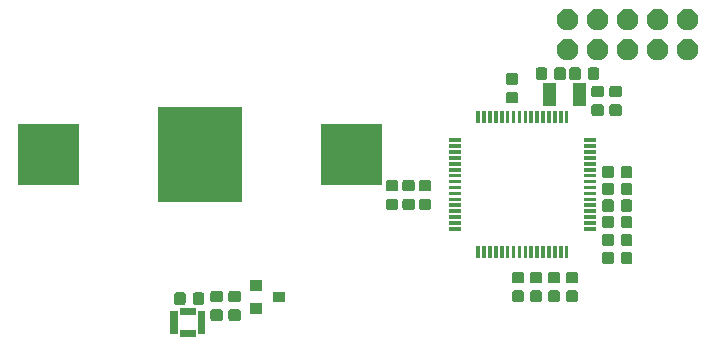
<source format=gbr>
G04 #@! TF.GenerationSoftware,KiCad,Pcbnew,5.0.2+dfsg1-1~bpo9+1*
G04 #@! TF.CreationDate,2019-04-10T18:13:28+03:00*
G04 #@! TF.ProjectId,kicad,6b696361-642e-46b6-9963-61645f706362,rev?*
G04 #@! TF.SameCoordinates,Original*
G04 #@! TF.FileFunction,Soldermask,Bot*
G04 #@! TF.FilePolarity,Negative*
%FSLAX46Y46*%
G04 Gerber Fmt 4.6, Leading zero omitted, Abs format (unit mm)*
G04 Created by KiCad (PCBNEW 5.0.2+dfsg1-1~bpo9+1) date Wed 10 Apr 2019 06:13:28 PM MSK*
%MOMM*%
%LPD*%
G01*
G04 APERTURE LIST*
%ADD10C,0.100000*%
G04 APERTURE END LIST*
D10*
G36*
X146484800Y-108682000D02*
X145084000Y-108682000D01*
X145084000Y-108051200D01*
X146484800Y-108051200D01*
X146484800Y-108682000D01*
X146484800Y-108682000D01*
G37*
G36*
X147274800Y-108392000D02*
X146644000Y-108392000D01*
X146644000Y-106491200D01*
X147274800Y-106491200D01*
X147274800Y-108392000D01*
X147274800Y-108392000D01*
G37*
G36*
X144924800Y-108392000D02*
X144294000Y-108392000D01*
X144294000Y-106491200D01*
X144924800Y-106491200D01*
X144924800Y-108392000D01*
X144924800Y-108392000D01*
G37*
G36*
X148558356Y-106323148D02*
X148599422Y-106335605D01*
X148637267Y-106355833D01*
X148670441Y-106383059D01*
X148697667Y-106416233D01*
X148717895Y-106454078D01*
X148730352Y-106495144D01*
X148734800Y-106540304D01*
X148734800Y-107073696D01*
X148730352Y-107118856D01*
X148717895Y-107159922D01*
X148697667Y-107197767D01*
X148670441Y-107230941D01*
X148637267Y-107258167D01*
X148599422Y-107278395D01*
X148558356Y-107290852D01*
X148513196Y-107295300D01*
X147904804Y-107295300D01*
X147859644Y-107290852D01*
X147818578Y-107278395D01*
X147780733Y-107258167D01*
X147747559Y-107230941D01*
X147720333Y-107197767D01*
X147700105Y-107159922D01*
X147687648Y-107118856D01*
X147683200Y-107073696D01*
X147683200Y-106540304D01*
X147687648Y-106495144D01*
X147700105Y-106454078D01*
X147720333Y-106416233D01*
X147747559Y-106383059D01*
X147780733Y-106355833D01*
X147818578Y-106335605D01*
X147859644Y-106323148D01*
X147904804Y-106318700D01*
X148513196Y-106318700D01*
X148558356Y-106323148D01*
X148558356Y-106323148D01*
G37*
G36*
X150082356Y-106323148D02*
X150123422Y-106335605D01*
X150161267Y-106355833D01*
X150194441Y-106383059D01*
X150221667Y-106416233D01*
X150241895Y-106454078D01*
X150254352Y-106495144D01*
X150258800Y-106540304D01*
X150258800Y-107073696D01*
X150254352Y-107118856D01*
X150241895Y-107159922D01*
X150221667Y-107197767D01*
X150194441Y-107230941D01*
X150161267Y-107258167D01*
X150123422Y-107278395D01*
X150082356Y-107290852D01*
X150037196Y-107295300D01*
X149428804Y-107295300D01*
X149383644Y-107290852D01*
X149342578Y-107278395D01*
X149304733Y-107258167D01*
X149271559Y-107230941D01*
X149244333Y-107197767D01*
X149224105Y-107159922D01*
X149211648Y-107118856D01*
X149207200Y-107073696D01*
X149207200Y-106540304D01*
X149211648Y-106495144D01*
X149224105Y-106454078D01*
X149244333Y-106416233D01*
X149271559Y-106383059D01*
X149304733Y-106355833D01*
X149342578Y-106335605D01*
X149383644Y-106323148D01*
X149428804Y-106318700D01*
X150037196Y-106318700D01*
X150082356Y-106323148D01*
X150082356Y-106323148D01*
G37*
G36*
X146484800Y-106832000D02*
X145084000Y-106832000D01*
X145084000Y-106201200D01*
X146484800Y-106201200D01*
X146484800Y-106832000D01*
X146484800Y-106832000D01*
G37*
G36*
X152027800Y-106683800D02*
X151026200Y-106683800D01*
X151026200Y-105782200D01*
X152027800Y-105782200D01*
X152027800Y-106683800D01*
X152027800Y-106683800D01*
G37*
G36*
X146996856Y-104888648D02*
X147037922Y-104901105D01*
X147075767Y-104921333D01*
X147108941Y-104948559D01*
X147136167Y-104981733D01*
X147156395Y-105019578D01*
X147168852Y-105060644D01*
X147173300Y-105105804D01*
X147173300Y-105714196D01*
X147168852Y-105759356D01*
X147156395Y-105800422D01*
X147136167Y-105838267D01*
X147108941Y-105871441D01*
X147075767Y-105898667D01*
X147037922Y-105918895D01*
X146996856Y-105931352D01*
X146951696Y-105935800D01*
X146418304Y-105935800D01*
X146373144Y-105931352D01*
X146332078Y-105918895D01*
X146294233Y-105898667D01*
X146261059Y-105871441D01*
X146233833Y-105838267D01*
X146213605Y-105800422D01*
X146201148Y-105759356D01*
X146196700Y-105714196D01*
X146196700Y-105105804D01*
X146201148Y-105060644D01*
X146213605Y-105019578D01*
X146233833Y-104981733D01*
X146261059Y-104948559D01*
X146294233Y-104921333D01*
X146332078Y-104901105D01*
X146373144Y-104888648D01*
X146418304Y-104884200D01*
X146951696Y-104884200D01*
X146996856Y-104888648D01*
X146996856Y-104888648D01*
G37*
G36*
X145421856Y-104888648D02*
X145462922Y-104901105D01*
X145500767Y-104921333D01*
X145533941Y-104948559D01*
X145561167Y-104981733D01*
X145581395Y-105019578D01*
X145593852Y-105060644D01*
X145598300Y-105105804D01*
X145598300Y-105714196D01*
X145593852Y-105759356D01*
X145581395Y-105800422D01*
X145561167Y-105838267D01*
X145533941Y-105871441D01*
X145500767Y-105898667D01*
X145462922Y-105918895D01*
X145421856Y-105931352D01*
X145376696Y-105935800D01*
X144843304Y-105935800D01*
X144798144Y-105931352D01*
X144757078Y-105918895D01*
X144719233Y-105898667D01*
X144686059Y-105871441D01*
X144658833Y-105838267D01*
X144638605Y-105800422D01*
X144626148Y-105759356D01*
X144621700Y-105714196D01*
X144621700Y-105105804D01*
X144626148Y-105060644D01*
X144638605Y-105019578D01*
X144658833Y-104981733D01*
X144686059Y-104948559D01*
X144719233Y-104921333D01*
X144757078Y-104901105D01*
X144798144Y-104888648D01*
X144843304Y-104884200D01*
X145376696Y-104884200D01*
X145421856Y-104888648D01*
X145421856Y-104888648D01*
G37*
G36*
X154027800Y-105733800D02*
X153026200Y-105733800D01*
X153026200Y-104832200D01*
X154027800Y-104832200D01*
X154027800Y-105733800D01*
X154027800Y-105733800D01*
G37*
G36*
X148558356Y-104748148D02*
X148599422Y-104760605D01*
X148637267Y-104780833D01*
X148670441Y-104808059D01*
X148697667Y-104841233D01*
X148717895Y-104879078D01*
X148730352Y-104920144D01*
X148734800Y-104965304D01*
X148734800Y-105498696D01*
X148730352Y-105543856D01*
X148717895Y-105584922D01*
X148697667Y-105622767D01*
X148670441Y-105655941D01*
X148637267Y-105683167D01*
X148599422Y-105703395D01*
X148558356Y-105715852D01*
X148513196Y-105720300D01*
X147904804Y-105720300D01*
X147859644Y-105715852D01*
X147818578Y-105703395D01*
X147780733Y-105683167D01*
X147747559Y-105655941D01*
X147720333Y-105622767D01*
X147700105Y-105584922D01*
X147687648Y-105543856D01*
X147683200Y-105498696D01*
X147683200Y-104965304D01*
X147687648Y-104920144D01*
X147700105Y-104879078D01*
X147720333Y-104841233D01*
X147747559Y-104808059D01*
X147780733Y-104780833D01*
X147818578Y-104760605D01*
X147859644Y-104748148D01*
X147904804Y-104743700D01*
X148513196Y-104743700D01*
X148558356Y-104748148D01*
X148558356Y-104748148D01*
G37*
G36*
X150082356Y-104748148D02*
X150123422Y-104760605D01*
X150161267Y-104780833D01*
X150194441Y-104808059D01*
X150221667Y-104841233D01*
X150241895Y-104879078D01*
X150254352Y-104920144D01*
X150258800Y-104965304D01*
X150258800Y-105498696D01*
X150254352Y-105543856D01*
X150241895Y-105584922D01*
X150221667Y-105622767D01*
X150194441Y-105655941D01*
X150161267Y-105683167D01*
X150123422Y-105703395D01*
X150082356Y-105715852D01*
X150037196Y-105720300D01*
X149428804Y-105720300D01*
X149383644Y-105715852D01*
X149342578Y-105703395D01*
X149304733Y-105683167D01*
X149271559Y-105655941D01*
X149244333Y-105622767D01*
X149224105Y-105584922D01*
X149211648Y-105543856D01*
X149207200Y-105498696D01*
X149207200Y-104965304D01*
X149211648Y-104920144D01*
X149224105Y-104879078D01*
X149244333Y-104841233D01*
X149271559Y-104808059D01*
X149304733Y-104780833D01*
X149342578Y-104760605D01*
X149383644Y-104748148D01*
X149428804Y-104743700D01*
X150037196Y-104743700D01*
X150082356Y-104748148D01*
X150082356Y-104748148D01*
G37*
G36*
X177133356Y-104723148D02*
X177174422Y-104735605D01*
X177212267Y-104755833D01*
X177245441Y-104783059D01*
X177272667Y-104816233D01*
X177292895Y-104854078D01*
X177305352Y-104895144D01*
X177309800Y-104940304D01*
X177309800Y-105473696D01*
X177305352Y-105518856D01*
X177292895Y-105559922D01*
X177272667Y-105597767D01*
X177245441Y-105630941D01*
X177212267Y-105658167D01*
X177174422Y-105678395D01*
X177133356Y-105690852D01*
X177088196Y-105695300D01*
X176479804Y-105695300D01*
X176434644Y-105690852D01*
X176393578Y-105678395D01*
X176355733Y-105658167D01*
X176322559Y-105630941D01*
X176295333Y-105597767D01*
X176275105Y-105559922D01*
X176262648Y-105518856D01*
X176258200Y-105473696D01*
X176258200Y-104940304D01*
X176262648Y-104895144D01*
X176275105Y-104854078D01*
X176295333Y-104816233D01*
X176322559Y-104783059D01*
X176355733Y-104755833D01*
X176393578Y-104735605D01*
X176434644Y-104723148D01*
X176479804Y-104718700D01*
X177088196Y-104718700D01*
X177133356Y-104723148D01*
X177133356Y-104723148D01*
G37*
G36*
X178657356Y-104723148D02*
X178698422Y-104735605D01*
X178736267Y-104755833D01*
X178769441Y-104783059D01*
X178796667Y-104816233D01*
X178816895Y-104854078D01*
X178829352Y-104895144D01*
X178833800Y-104940304D01*
X178833800Y-105473696D01*
X178829352Y-105518856D01*
X178816895Y-105559922D01*
X178796667Y-105597767D01*
X178769441Y-105630941D01*
X178736267Y-105658167D01*
X178698422Y-105678395D01*
X178657356Y-105690852D01*
X178612196Y-105695300D01*
X178003804Y-105695300D01*
X177958644Y-105690852D01*
X177917578Y-105678395D01*
X177879733Y-105658167D01*
X177846559Y-105630941D01*
X177819333Y-105597767D01*
X177799105Y-105559922D01*
X177786648Y-105518856D01*
X177782200Y-105473696D01*
X177782200Y-104940304D01*
X177786648Y-104895144D01*
X177799105Y-104854078D01*
X177819333Y-104816233D01*
X177846559Y-104783059D01*
X177879733Y-104755833D01*
X177917578Y-104735605D01*
X177958644Y-104723148D01*
X178003804Y-104718700D01*
X178612196Y-104718700D01*
X178657356Y-104723148D01*
X178657356Y-104723148D01*
G37*
G36*
X175609356Y-104723148D02*
X175650422Y-104735605D01*
X175688267Y-104755833D01*
X175721441Y-104783059D01*
X175748667Y-104816233D01*
X175768895Y-104854078D01*
X175781352Y-104895144D01*
X175785800Y-104940304D01*
X175785800Y-105473696D01*
X175781352Y-105518856D01*
X175768895Y-105559922D01*
X175748667Y-105597767D01*
X175721441Y-105630941D01*
X175688267Y-105658167D01*
X175650422Y-105678395D01*
X175609356Y-105690852D01*
X175564196Y-105695300D01*
X174955804Y-105695300D01*
X174910644Y-105690852D01*
X174869578Y-105678395D01*
X174831733Y-105658167D01*
X174798559Y-105630941D01*
X174771333Y-105597767D01*
X174751105Y-105559922D01*
X174738648Y-105518856D01*
X174734200Y-105473696D01*
X174734200Y-104940304D01*
X174738648Y-104895144D01*
X174751105Y-104854078D01*
X174771333Y-104816233D01*
X174798559Y-104783059D01*
X174831733Y-104755833D01*
X174869578Y-104735605D01*
X174910644Y-104723148D01*
X174955804Y-104718700D01*
X175564196Y-104718700D01*
X175609356Y-104723148D01*
X175609356Y-104723148D01*
G37*
G36*
X174085356Y-104723148D02*
X174126422Y-104735605D01*
X174164267Y-104755833D01*
X174197441Y-104783059D01*
X174224667Y-104816233D01*
X174244895Y-104854078D01*
X174257352Y-104895144D01*
X174261800Y-104940304D01*
X174261800Y-105473696D01*
X174257352Y-105518856D01*
X174244895Y-105559922D01*
X174224667Y-105597767D01*
X174197441Y-105630941D01*
X174164267Y-105658167D01*
X174126422Y-105678395D01*
X174085356Y-105690852D01*
X174040196Y-105695300D01*
X173431804Y-105695300D01*
X173386644Y-105690852D01*
X173345578Y-105678395D01*
X173307733Y-105658167D01*
X173274559Y-105630941D01*
X173247333Y-105597767D01*
X173227105Y-105559922D01*
X173214648Y-105518856D01*
X173210200Y-105473696D01*
X173210200Y-104940304D01*
X173214648Y-104895144D01*
X173227105Y-104854078D01*
X173247333Y-104816233D01*
X173274559Y-104783059D01*
X173307733Y-104755833D01*
X173345578Y-104735605D01*
X173386644Y-104723148D01*
X173431804Y-104718700D01*
X174040196Y-104718700D01*
X174085356Y-104723148D01*
X174085356Y-104723148D01*
G37*
G36*
X152027800Y-104783800D02*
X151026200Y-104783800D01*
X151026200Y-103882200D01*
X152027800Y-103882200D01*
X152027800Y-104783800D01*
X152027800Y-104783800D01*
G37*
G36*
X178657356Y-103148148D02*
X178698422Y-103160605D01*
X178736267Y-103180833D01*
X178769441Y-103208059D01*
X178796667Y-103241233D01*
X178816895Y-103279078D01*
X178829352Y-103320144D01*
X178833800Y-103365304D01*
X178833800Y-103898696D01*
X178829352Y-103943856D01*
X178816895Y-103984922D01*
X178796667Y-104022767D01*
X178769441Y-104055941D01*
X178736267Y-104083167D01*
X178698422Y-104103395D01*
X178657356Y-104115852D01*
X178612196Y-104120300D01*
X178003804Y-104120300D01*
X177958644Y-104115852D01*
X177917578Y-104103395D01*
X177879733Y-104083167D01*
X177846559Y-104055941D01*
X177819333Y-104022767D01*
X177799105Y-103984922D01*
X177786648Y-103943856D01*
X177782200Y-103898696D01*
X177782200Y-103365304D01*
X177786648Y-103320144D01*
X177799105Y-103279078D01*
X177819333Y-103241233D01*
X177846559Y-103208059D01*
X177879733Y-103180833D01*
X177917578Y-103160605D01*
X177958644Y-103148148D01*
X178003804Y-103143700D01*
X178612196Y-103143700D01*
X178657356Y-103148148D01*
X178657356Y-103148148D01*
G37*
G36*
X177133356Y-103148148D02*
X177174422Y-103160605D01*
X177212267Y-103180833D01*
X177245441Y-103208059D01*
X177272667Y-103241233D01*
X177292895Y-103279078D01*
X177305352Y-103320144D01*
X177309800Y-103365304D01*
X177309800Y-103898696D01*
X177305352Y-103943856D01*
X177292895Y-103984922D01*
X177272667Y-104022767D01*
X177245441Y-104055941D01*
X177212267Y-104083167D01*
X177174422Y-104103395D01*
X177133356Y-104115852D01*
X177088196Y-104120300D01*
X176479804Y-104120300D01*
X176434644Y-104115852D01*
X176393578Y-104103395D01*
X176355733Y-104083167D01*
X176322559Y-104055941D01*
X176295333Y-104022767D01*
X176275105Y-103984922D01*
X176262648Y-103943856D01*
X176258200Y-103898696D01*
X176258200Y-103365304D01*
X176262648Y-103320144D01*
X176275105Y-103279078D01*
X176295333Y-103241233D01*
X176322559Y-103208059D01*
X176355733Y-103180833D01*
X176393578Y-103160605D01*
X176434644Y-103148148D01*
X176479804Y-103143700D01*
X177088196Y-103143700D01*
X177133356Y-103148148D01*
X177133356Y-103148148D01*
G37*
G36*
X175609356Y-103148148D02*
X175650422Y-103160605D01*
X175688267Y-103180833D01*
X175721441Y-103208059D01*
X175748667Y-103241233D01*
X175768895Y-103279078D01*
X175781352Y-103320144D01*
X175785800Y-103365304D01*
X175785800Y-103898696D01*
X175781352Y-103943856D01*
X175768895Y-103984922D01*
X175748667Y-104022767D01*
X175721441Y-104055941D01*
X175688267Y-104083167D01*
X175650422Y-104103395D01*
X175609356Y-104115852D01*
X175564196Y-104120300D01*
X174955804Y-104120300D01*
X174910644Y-104115852D01*
X174869578Y-104103395D01*
X174831733Y-104083167D01*
X174798559Y-104055941D01*
X174771333Y-104022767D01*
X174751105Y-103984922D01*
X174738648Y-103943856D01*
X174734200Y-103898696D01*
X174734200Y-103365304D01*
X174738648Y-103320144D01*
X174751105Y-103279078D01*
X174771333Y-103241233D01*
X174798559Y-103208059D01*
X174831733Y-103180833D01*
X174869578Y-103160605D01*
X174910644Y-103148148D01*
X174955804Y-103143700D01*
X175564196Y-103143700D01*
X175609356Y-103148148D01*
X175609356Y-103148148D01*
G37*
G36*
X174085356Y-103148148D02*
X174126422Y-103160605D01*
X174164267Y-103180833D01*
X174197441Y-103208059D01*
X174224667Y-103241233D01*
X174244895Y-103279078D01*
X174257352Y-103320144D01*
X174261800Y-103365304D01*
X174261800Y-103898696D01*
X174257352Y-103943856D01*
X174244895Y-103984922D01*
X174224667Y-104022767D01*
X174197441Y-104055941D01*
X174164267Y-104083167D01*
X174126422Y-104103395D01*
X174085356Y-104115852D01*
X174040196Y-104120300D01*
X173431804Y-104120300D01*
X173386644Y-104115852D01*
X173345578Y-104103395D01*
X173307733Y-104083167D01*
X173274559Y-104055941D01*
X173247333Y-104022767D01*
X173227105Y-103984922D01*
X173214648Y-103943856D01*
X173210200Y-103898696D01*
X173210200Y-103365304D01*
X173214648Y-103320144D01*
X173227105Y-103279078D01*
X173247333Y-103241233D01*
X173274559Y-103208059D01*
X173307733Y-103180833D01*
X173345578Y-103160605D01*
X173386644Y-103148148D01*
X173431804Y-103143700D01*
X174040196Y-103143700D01*
X174085356Y-103148148D01*
X174085356Y-103148148D01*
G37*
G36*
X181667856Y-101459648D02*
X181708922Y-101472105D01*
X181746767Y-101492333D01*
X181779941Y-101519559D01*
X181807167Y-101552733D01*
X181827395Y-101590578D01*
X181839852Y-101631644D01*
X181844300Y-101676804D01*
X181844300Y-102285196D01*
X181839852Y-102330356D01*
X181827395Y-102371422D01*
X181807167Y-102409267D01*
X181779941Y-102442441D01*
X181746767Y-102469667D01*
X181708922Y-102489895D01*
X181667856Y-102502352D01*
X181622696Y-102506800D01*
X181089304Y-102506800D01*
X181044144Y-102502352D01*
X181003078Y-102489895D01*
X180965233Y-102469667D01*
X180932059Y-102442441D01*
X180904833Y-102409267D01*
X180884605Y-102371422D01*
X180872148Y-102330356D01*
X180867700Y-102285196D01*
X180867700Y-101676804D01*
X180872148Y-101631644D01*
X180884605Y-101590578D01*
X180904833Y-101552733D01*
X180932059Y-101519559D01*
X180965233Y-101492333D01*
X181003078Y-101472105D01*
X181044144Y-101459648D01*
X181089304Y-101455200D01*
X181622696Y-101455200D01*
X181667856Y-101459648D01*
X181667856Y-101459648D01*
G37*
G36*
X183242856Y-101459648D02*
X183283922Y-101472105D01*
X183321767Y-101492333D01*
X183354941Y-101519559D01*
X183382167Y-101552733D01*
X183402395Y-101590578D01*
X183414852Y-101631644D01*
X183419300Y-101676804D01*
X183419300Y-102285196D01*
X183414852Y-102330356D01*
X183402395Y-102371422D01*
X183382167Y-102409267D01*
X183354941Y-102442441D01*
X183321767Y-102469667D01*
X183283922Y-102489895D01*
X183242856Y-102502352D01*
X183197696Y-102506800D01*
X182664304Y-102506800D01*
X182619144Y-102502352D01*
X182578078Y-102489895D01*
X182540233Y-102469667D01*
X182507059Y-102442441D01*
X182479833Y-102409267D01*
X182459605Y-102371422D01*
X182447148Y-102330356D01*
X182442700Y-102285196D01*
X182442700Y-101676804D01*
X182447148Y-101631644D01*
X182459605Y-101590578D01*
X182479833Y-101552733D01*
X182507059Y-101519559D01*
X182540233Y-101492333D01*
X182578078Y-101472105D01*
X182619144Y-101459648D01*
X182664304Y-101455200D01*
X183197696Y-101455200D01*
X183242856Y-101459648D01*
X183242856Y-101459648D01*
G37*
G36*
X175007480Y-101982960D02*
X174706680Y-101982960D01*
X174706680Y-100932160D01*
X175007480Y-100932160D01*
X175007480Y-101982960D01*
X175007480Y-101982960D01*
G37*
G36*
X174507480Y-101982960D02*
X174206680Y-101982960D01*
X174206680Y-100932160D01*
X174507480Y-100932160D01*
X174507480Y-101982960D01*
X174507480Y-101982960D01*
G37*
G36*
X174007480Y-101982960D02*
X173706680Y-101982960D01*
X173706680Y-100932160D01*
X174007480Y-100932160D01*
X174007480Y-101982960D01*
X174007480Y-101982960D01*
G37*
G36*
X173507480Y-101982960D02*
X173206680Y-101982960D01*
X173206680Y-100932160D01*
X173507480Y-100932160D01*
X173507480Y-101982960D01*
X173507480Y-101982960D01*
G37*
G36*
X173007480Y-101982960D02*
X172706680Y-101982960D01*
X172706680Y-100932160D01*
X173007480Y-100932160D01*
X173007480Y-101982960D01*
X173007480Y-101982960D01*
G37*
G36*
X172507480Y-101982960D02*
X172206680Y-101982960D01*
X172206680Y-100932160D01*
X172507480Y-100932160D01*
X172507480Y-101982960D01*
X172507480Y-101982960D01*
G37*
G36*
X172007480Y-101982960D02*
X171706680Y-101982960D01*
X171706680Y-100932160D01*
X172007480Y-100932160D01*
X172007480Y-101982960D01*
X172007480Y-101982960D01*
G37*
G36*
X171507480Y-101982960D02*
X171206680Y-101982960D01*
X171206680Y-100932160D01*
X171507480Y-100932160D01*
X171507480Y-101982960D01*
X171507480Y-101982960D01*
G37*
G36*
X176507480Y-101982960D02*
X176206680Y-101982960D01*
X176206680Y-100932160D01*
X176507480Y-100932160D01*
X176507480Y-101982960D01*
X176507480Y-101982960D01*
G37*
G36*
X176007480Y-101982960D02*
X175706680Y-101982960D01*
X175706680Y-100932160D01*
X176007480Y-100932160D01*
X176007480Y-101982960D01*
X176007480Y-101982960D01*
G37*
G36*
X170507480Y-101982960D02*
X170206680Y-101982960D01*
X170206680Y-100932160D01*
X170507480Y-100932160D01*
X170507480Y-101982960D01*
X170507480Y-101982960D01*
G37*
G36*
X175507480Y-101982960D02*
X175206680Y-101982960D01*
X175206680Y-100932160D01*
X175507480Y-100932160D01*
X175507480Y-101982960D01*
X175507480Y-101982960D01*
G37*
G36*
X178007480Y-101982960D02*
X177706680Y-101982960D01*
X177706680Y-100932160D01*
X178007480Y-100932160D01*
X178007480Y-101982960D01*
X178007480Y-101982960D01*
G37*
G36*
X177507480Y-101982960D02*
X177206680Y-101982960D01*
X177206680Y-100932160D01*
X177507480Y-100932160D01*
X177507480Y-101982960D01*
X177507480Y-101982960D01*
G37*
G36*
X177007480Y-101982960D02*
X176706680Y-101982960D01*
X176706680Y-100932160D01*
X177007480Y-100932160D01*
X177007480Y-101982960D01*
X177007480Y-101982960D01*
G37*
G36*
X171007480Y-101982960D02*
X170706680Y-101982960D01*
X170706680Y-100932160D01*
X171007480Y-100932160D01*
X171007480Y-101982960D01*
X171007480Y-101982960D01*
G37*
G36*
X183242856Y-99935648D02*
X183283922Y-99948105D01*
X183321767Y-99968333D01*
X183354941Y-99995559D01*
X183382167Y-100028733D01*
X183402395Y-100066578D01*
X183414852Y-100107644D01*
X183419300Y-100152804D01*
X183419300Y-100761196D01*
X183414852Y-100806356D01*
X183402395Y-100847422D01*
X183382167Y-100885267D01*
X183354941Y-100918441D01*
X183321767Y-100945667D01*
X183283922Y-100965895D01*
X183242856Y-100978352D01*
X183197696Y-100982800D01*
X182664304Y-100982800D01*
X182619144Y-100978352D01*
X182578078Y-100965895D01*
X182540233Y-100945667D01*
X182507059Y-100918441D01*
X182479833Y-100885267D01*
X182459605Y-100847422D01*
X182447148Y-100806356D01*
X182442700Y-100761196D01*
X182442700Y-100152804D01*
X182447148Y-100107644D01*
X182459605Y-100066578D01*
X182479833Y-100028733D01*
X182507059Y-99995559D01*
X182540233Y-99968333D01*
X182578078Y-99948105D01*
X182619144Y-99935648D01*
X182664304Y-99931200D01*
X183197696Y-99931200D01*
X183242856Y-99935648D01*
X183242856Y-99935648D01*
G37*
G36*
X181667856Y-99935648D02*
X181708922Y-99948105D01*
X181746767Y-99968333D01*
X181779941Y-99995559D01*
X181807167Y-100028733D01*
X181827395Y-100066578D01*
X181839852Y-100107644D01*
X181844300Y-100152804D01*
X181844300Y-100761196D01*
X181839852Y-100806356D01*
X181827395Y-100847422D01*
X181807167Y-100885267D01*
X181779941Y-100918441D01*
X181746767Y-100945667D01*
X181708922Y-100965895D01*
X181667856Y-100978352D01*
X181622696Y-100982800D01*
X181089304Y-100982800D01*
X181044144Y-100978352D01*
X181003078Y-100965895D01*
X180965233Y-100945667D01*
X180932059Y-100918441D01*
X180904833Y-100885267D01*
X180884605Y-100847422D01*
X180872148Y-100806356D01*
X180867700Y-100761196D01*
X180867700Y-100152804D01*
X180872148Y-100107644D01*
X180884605Y-100066578D01*
X180904833Y-100028733D01*
X180932059Y-99995559D01*
X180965233Y-99968333D01*
X181003078Y-99948105D01*
X181044144Y-99935648D01*
X181089304Y-99931200D01*
X181622696Y-99931200D01*
X181667856Y-99935648D01*
X181667856Y-99935648D01*
G37*
G36*
X180332480Y-99657960D02*
X179281680Y-99657960D01*
X179281680Y-99357160D01*
X180332480Y-99357160D01*
X180332480Y-99657960D01*
X180332480Y-99657960D01*
G37*
G36*
X168932480Y-99657960D02*
X167881680Y-99657960D01*
X167881680Y-99357160D01*
X168932480Y-99357160D01*
X168932480Y-99657960D01*
X168932480Y-99657960D01*
G37*
G36*
X183242856Y-98411648D02*
X183283922Y-98424105D01*
X183321767Y-98444333D01*
X183354941Y-98471559D01*
X183382167Y-98504733D01*
X183402395Y-98542578D01*
X183414852Y-98583644D01*
X183419300Y-98628804D01*
X183419300Y-99237196D01*
X183414852Y-99282356D01*
X183402395Y-99323422D01*
X183382167Y-99361267D01*
X183354941Y-99394441D01*
X183321767Y-99421667D01*
X183283922Y-99441895D01*
X183242856Y-99454352D01*
X183197696Y-99458800D01*
X182664304Y-99458800D01*
X182619144Y-99454352D01*
X182578078Y-99441895D01*
X182540233Y-99421667D01*
X182507059Y-99394441D01*
X182479833Y-99361267D01*
X182459605Y-99323422D01*
X182447148Y-99282356D01*
X182442700Y-99237196D01*
X182442700Y-98628804D01*
X182447148Y-98583644D01*
X182459605Y-98542578D01*
X182479833Y-98504733D01*
X182507059Y-98471559D01*
X182540233Y-98444333D01*
X182578078Y-98424105D01*
X182619144Y-98411648D01*
X182664304Y-98407200D01*
X183197696Y-98407200D01*
X183242856Y-98411648D01*
X183242856Y-98411648D01*
G37*
G36*
X181667856Y-98411648D02*
X181708922Y-98424105D01*
X181746767Y-98444333D01*
X181779941Y-98471559D01*
X181807167Y-98504733D01*
X181827395Y-98542578D01*
X181839852Y-98583644D01*
X181844300Y-98628804D01*
X181844300Y-99237196D01*
X181839852Y-99282356D01*
X181827395Y-99323422D01*
X181807167Y-99361267D01*
X181779941Y-99394441D01*
X181746767Y-99421667D01*
X181708922Y-99441895D01*
X181667856Y-99454352D01*
X181622696Y-99458800D01*
X181089304Y-99458800D01*
X181044144Y-99454352D01*
X181003078Y-99441895D01*
X180965233Y-99421667D01*
X180932059Y-99394441D01*
X180904833Y-99361267D01*
X180884605Y-99323422D01*
X180872148Y-99282356D01*
X180867700Y-99237196D01*
X180867700Y-98628804D01*
X180872148Y-98583644D01*
X180884605Y-98542578D01*
X180904833Y-98504733D01*
X180932059Y-98471559D01*
X180965233Y-98444333D01*
X181003078Y-98424105D01*
X181044144Y-98411648D01*
X181089304Y-98407200D01*
X181622696Y-98407200D01*
X181667856Y-98411648D01*
X181667856Y-98411648D01*
G37*
G36*
X180332480Y-99157960D02*
X179281680Y-99157960D01*
X179281680Y-98857160D01*
X180332480Y-98857160D01*
X180332480Y-99157960D01*
X180332480Y-99157960D01*
G37*
G36*
X168932480Y-99157960D02*
X167881680Y-99157960D01*
X167881680Y-98857160D01*
X168932480Y-98857160D01*
X168932480Y-99157960D01*
X168932480Y-99157960D01*
G37*
G36*
X168932480Y-98657960D02*
X167881680Y-98657960D01*
X167881680Y-98357160D01*
X168932480Y-98357160D01*
X168932480Y-98657960D01*
X168932480Y-98657960D01*
G37*
G36*
X180332480Y-98657960D02*
X179281680Y-98657960D01*
X179281680Y-98357160D01*
X180332480Y-98357160D01*
X180332480Y-98657960D01*
X180332480Y-98657960D01*
G37*
G36*
X168932480Y-98157960D02*
X167881680Y-98157960D01*
X167881680Y-97857160D01*
X168932480Y-97857160D01*
X168932480Y-98157960D01*
X168932480Y-98157960D01*
G37*
G36*
X180332480Y-98157960D02*
X179281680Y-98157960D01*
X179281680Y-97857160D01*
X180332480Y-97857160D01*
X180332480Y-98157960D01*
X180332480Y-98157960D01*
G37*
G36*
X181667856Y-97014648D02*
X181708922Y-97027105D01*
X181746767Y-97047333D01*
X181779941Y-97074559D01*
X181807167Y-97107733D01*
X181827395Y-97145578D01*
X181839852Y-97186644D01*
X181844300Y-97231804D01*
X181844300Y-97840196D01*
X181839852Y-97885356D01*
X181827395Y-97926422D01*
X181807167Y-97964267D01*
X181779941Y-97997441D01*
X181746767Y-98024667D01*
X181708922Y-98044895D01*
X181667856Y-98057352D01*
X181622696Y-98061800D01*
X181089304Y-98061800D01*
X181044144Y-98057352D01*
X181003078Y-98044895D01*
X180965233Y-98024667D01*
X180932059Y-97997441D01*
X180904833Y-97964267D01*
X180884605Y-97926422D01*
X180872148Y-97885356D01*
X180867700Y-97840196D01*
X180867700Y-97231804D01*
X180872148Y-97186644D01*
X180884605Y-97145578D01*
X180904833Y-97107733D01*
X180932059Y-97074559D01*
X180965233Y-97047333D01*
X181003078Y-97027105D01*
X181044144Y-97014648D01*
X181089304Y-97010200D01*
X181622696Y-97010200D01*
X181667856Y-97014648D01*
X181667856Y-97014648D01*
G37*
G36*
X183242856Y-97014648D02*
X183283922Y-97027105D01*
X183321767Y-97047333D01*
X183354941Y-97074559D01*
X183382167Y-97107733D01*
X183402395Y-97145578D01*
X183414852Y-97186644D01*
X183419300Y-97231804D01*
X183419300Y-97840196D01*
X183414852Y-97885356D01*
X183402395Y-97926422D01*
X183382167Y-97964267D01*
X183354941Y-97997441D01*
X183321767Y-98024667D01*
X183283922Y-98044895D01*
X183242856Y-98057352D01*
X183197696Y-98061800D01*
X182664304Y-98061800D01*
X182619144Y-98057352D01*
X182578078Y-98044895D01*
X182540233Y-98024667D01*
X182507059Y-97997441D01*
X182479833Y-97964267D01*
X182459605Y-97926422D01*
X182447148Y-97885356D01*
X182442700Y-97840196D01*
X182442700Y-97231804D01*
X182447148Y-97186644D01*
X182459605Y-97145578D01*
X182479833Y-97107733D01*
X182507059Y-97074559D01*
X182540233Y-97047333D01*
X182578078Y-97027105D01*
X182619144Y-97014648D01*
X182664304Y-97010200D01*
X183197696Y-97010200D01*
X183242856Y-97014648D01*
X183242856Y-97014648D01*
G37*
G36*
X163417356Y-96950648D02*
X163458422Y-96963105D01*
X163496267Y-96983333D01*
X163529441Y-97010559D01*
X163556667Y-97043733D01*
X163576895Y-97081578D01*
X163589352Y-97122644D01*
X163593800Y-97167804D01*
X163593800Y-97701196D01*
X163589352Y-97746356D01*
X163576895Y-97787422D01*
X163556667Y-97825267D01*
X163529441Y-97858441D01*
X163496267Y-97885667D01*
X163458422Y-97905895D01*
X163417356Y-97918352D01*
X163372196Y-97922800D01*
X162763804Y-97922800D01*
X162718644Y-97918352D01*
X162677578Y-97905895D01*
X162639733Y-97885667D01*
X162606559Y-97858441D01*
X162579333Y-97825267D01*
X162559105Y-97787422D01*
X162546648Y-97746356D01*
X162542200Y-97701196D01*
X162542200Y-97167804D01*
X162546648Y-97122644D01*
X162559105Y-97081578D01*
X162579333Y-97043733D01*
X162606559Y-97010559D01*
X162639733Y-96983333D01*
X162677578Y-96963105D01*
X162718644Y-96950648D01*
X162763804Y-96946200D01*
X163372196Y-96946200D01*
X163417356Y-96950648D01*
X163417356Y-96950648D01*
G37*
G36*
X164814356Y-96950648D02*
X164855422Y-96963105D01*
X164893267Y-96983333D01*
X164926441Y-97010559D01*
X164953667Y-97043733D01*
X164973895Y-97081578D01*
X164986352Y-97122644D01*
X164990800Y-97167804D01*
X164990800Y-97701196D01*
X164986352Y-97746356D01*
X164973895Y-97787422D01*
X164953667Y-97825267D01*
X164926441Y-97858441D01*
X164893267Y-97885667D01*
X164855422Y-97905895D01*
X164814356Y-97918352D01*
X164769196Y-97922800D01*
X164160804Y-97922800D01*
X164115644Y-97918352D01*
X164074578Y-97905895D01*
X164036733Y-97885667D01*
X164003559Y-97858441D01*
X163976333Y-97825267D01*
X163956105Y-97787422D01*
X163943648Y-97746356D01*
X163939200Y-97701196D01*
X163939200Y-97167804D01*
X163943648Y-97122644D01*
X163956105Y-97081578D01*
X163976333Y-97043733D01*
X164003559Y-97010559D01*
X164036733Y-96983333D01*
X164074578Y-96963105D01*
X164115644Y-96950648D01*
X164160804Y-96946200D01*
X164769196Y-96946200D01*
X164814356Y-96950648D01*
X164814356Y-96950648D01*
G37*
G36*
X166211356Y-96950648D02*
X166252422Y-96963105D01*
X166290267Y-96983333D01*
X166323441Y-97010559D01*
X166350667Y-97043733D01*
X166370895Y-97081578D01*
X166383352Y-97122644D01*
X166387800Y-97167804D01*
X166387800Y-97701196D01*
X166383352Y-97746356D01*
X166370895Y-97787422D01*
X166350667Y-97825267D01*
X166323441Y-97858441D01*
X166290267Y-97885667D01*
X166252422Y-97905895D01*
X166211356Y-97918352D01*
X166166196Y-97922800D01*
X165557804Y-97922800D01*
X165512644Y-97918352D01*
X165471578Y-97905895D01*
X165433733Y-97885667D01*
X165400559Y-97858441D01*
X165373333Y-97825267D01*
X165353105Y-97787422D01*
X165340648Y-97746356D01*
X165336200Y-97701196D01*
X165336200Y-97167804D01*
X165340648Y-97122644D01*
X165353105Y-97081578D01*
X165373333Y-97043733D01*
X165400559Y-97010559D01*
X165433733Y-96983333D01*
X165471578Y-96963105D01*
X165512644Y-96950648D01*
X165557804Y-96946200D01*
X166166196Y-96946200D01*
X166211356Y-96950648D01*
X166211356Y-96950648D01*
G37*
G36*
X168932480Y-97657960D02*
X167881680Y-97657960D01*
X167881680Y-97357160D01*
X168932480Y-97357160D01*
X168932480Y-97657960D01*
X168932480Y-97657960D01*
G37*
G36*
X180332480Y-97657960D02*
X179281680Y-97657960D01*
X179281680Y-97357160D01*
X180332480Y-97357160D01*
X180332480Y-97657960D01*
X180332480Y-97657960D01*
G37*
G36*
X150362800Y-97268800D02*
X143261200Y-97268800D01*
X143261200Y-89167200D01*
X150362800Y-89167200D01*
X150362800Y-97268800D01*
X150362800Y-97268800D01*
G37*
G36*
X180332480Y-97157960D02*
X179281680Y-97157960D01*
X179281680Y-96857160D01*
X180332480Y-96857160D01*
X180332480Y-97157960D01*
X180332480Y-97157960D01*
G37*
G36*
X168932480Y-97157960D02*
X167881680Y-97157960D01*
X167881680Y-96857160D01*
X168932480Y-96857160D01*
X168932480Y-97157960D01*
X168932480Y-97157960D01*
G37*
G36*
X183242856Y-95617648D02*
X183283922Y-95630105D01*
X183321767Y-95650333D01*
X183354941Y-95677559D01*
X183382167Y-95710733D01*
X183402395Y-95748578D01*
X183414852Y-95789644D01*
X183419300Y-95834804D01*
X183419300Y-96443196D01*
X183414852Y-96488356D01*
X183402395Y-96529422D01*
X183382167Y-96567267D01*
X183354941Y-96600441D01*
X183321767Y-96627667D01*
X183283922Y-96647895D01*
X183242856Y-96660352D01*
X183197696Y-96664800D01*
X182664304Y-96664800D01*
X182619144Y-96660352D01*
X182578078Y-96647895D01*
X182540233Y-96627667D01*
X182507059Y-96600441D01*
X182479833Y-96567267D01*
X182459605Y-96529422D01*
X182447148Y-96488356D01*
X182442700Y-96443196D01*
X182442700Y-95834804D01*
X182447148Y-95789644D01*
X182459605Y-95748578D01*
X182479833Y-95710733D01*
X182507059Y-95677559D01*
X182540233Y-95650333D01*
X182578078Y-95630105D01*
X182619144Y-95617648D01*
X182664304Y-95613200D01*
X183197696Y-95613200D01*
X183242856Y-95617648D01*
X183242856Y-95617648D01*
G37*
G36*
X181667856Y-95617648D02*
X181708922Y-95630105D01*
X181746767Y-95650333D01*
X181779941Y-95677559D01*
X181807167Y-95710733D01*
X181827395Y-95748578D01*
X181839852Y-95789644D01*
X181844300Y-95834804D01*
X181844300Y-96443196D01*
X181839852Y-96488356D01*
X181827395Y-96529422D01*
X181807167Y-96567267D01*
X181779941Y-96600441D01*
X181746767Y-96627667D01*
X181708922Y-96647895D01*
X181667856Y-96660352D01*
X181622696Y-96664800D01*
X181089304Y-96664800D01*
X181044144Y-96660352D01*
X181003078Y-96647895D01*
X180965233Y-96627667D01*
X180932059Y-96600441D01*
X180904833Y-96567267D01*
X180884605Y-96529422D01*
X180872148Y-96488356D01*
X180867700Y-96443196D01*
X180867700Y-95834804D01*
X180872148Y-95789644D01*
X180884605Y-95748578D01*
X180904833Y-95710733D01*
X180932059Y-95677559D01*
X180965233Y-95650333D01*
X181003078Y-95630105D01*
X181044144Y-95617648D01*
X181089304Y-95613200D01*
X181622696Y-95613200D01*
X181667856Y-95617648D01*
X181667856Y-95617648D01*
G37*
G36*
X168932480Y-96657960D02*
X167881680Y-96657960D01*
X167881680Y-96357160D01*
X168932480Y-96357160D01*
X168932480Y-96657960D01*
X168932480Y-96657960D01*
G37*
G36*
X180332480Y-96657960D02*
X179281680Y-96657960D01*
X179281680Y-96357160D01*
X180332480Y-96357160D01*
X180332480Y-96657960D01*
X180332480Y-96657960D01*
G37*
G36*
X163417356Y-95375648D02*
X163458422Y-95388105D01*
X163496267Y-95408333D01*
X163529441Y-95435559D01*
X163556667Y-95468733D01*
X163576895Y-95506578D01*
X163589352Y-95547644D01*
X163593800Y-95592804D01*
X163593800Y-96126196D01*
X163589352Y-96171356D01*
X163576895Y-96212422D01*
X163556667Y-96250267D01*
X163529441Y-96283441D01*
X163496267Y-96310667D01*
X163458422Y-96330895D01*
X163417356Y-96343352D01*
X163372196Y-96347800D01*
X162763804Y-96347800D01*
X162718644Y-96343352D01*
X162677578Y-96330895D01*
X162639733Y-96310667D01*
X162606559Y-96283441D01*
X162579333Y-96250267D01*
X162559105Y-96212422D01*
X162546648Y-96171356D01*
X162542200Y-96126196D01*
X162542200Y-95592804D01*
X162546648Y-95547644D01*
X162559105Y-95506578D01*
X162579333Y-95468733D01*
X162606559Y-95435559D01*
X162639733Y-95408333D01*
X162677578Y-95388105D01*
X162718644Y-95375648D01*
X162763804Y-95371200D01*
X163372196Y-95371200D01*
X163417356Y-95375648D01*
X163417356Y-95375648D01*
G37*
G36*
X166211356Y-95375648D02*
X166252422Y-95388105D01*
X166290267Y-95408333D01*
X166323441Y-95435559D01*
X166350667Y-95468733D01*
X166370895Y-95506578D01*
X166383352Y-95547644D01*
X166387800Y-95592804D01*
X166387800Y-96126196D01*
X166383352Y-96171356D01*
X166370895Y-96212422D01*
X166350667Y-96250267D01*
X166323441Y-96283441D01*
X166290267Y-96310667D01*
X166252422Y-96330895D01*
X166211356Y-96343352D01*
X166166196Y-96347800D01*
X165557804Y-96347800D01*
X165512644Y-96343352D01*
X165471578Y-96330895D01*
X165433733Y-96310667D01*
X165400559Y-96283441D01*
X165373333Y-96250267D01*
X165353105Y-96212422D01*
X165340648Y-96171356D01*
X165336200Y-96126196D01*
X165336200Y-95592804D01*
X165340648Y-95547644D01*
X165353105Y-95506578D01*
X165373333Y-95468733D01*
X165400559Y-95435559D01*
X165433733Y-95408333D01*
X165471578Y-95388105D01*
X165512644Y-95375648D01*
X165557804Y-95371200D01*
X166166196Y-95371200D01*
X166211356Y-95375648D01*
X166211356Y-95375648D01*
G37*
G36*
X164814356Y-95375648D02*
X164855422Y-95388105D01*
X164893267Y-95408333D01*
X164926441Y-95435559D01*
X164953667Y-95468733D01*
X164973895Y-95506578D01*
X164986352Y-95547644D01*
X164990800Y-95592804D01*
X164990800Y-96126196D01*
X164986352Y-96171356D01*
X164973895Y-96212422D01*
X164953667Y-96250267D01*
X164926441Y-96283441D01*
X164893267Y-96310667D01*
X164855422Y-96330895D01*
X164814356Y-96343352D01*
X164769196Y-96347800D01*
X164160804Y-96347800D01*
X164115644Y-96343352D01*
X164074578Y-96330895D01*
X164036733Y-96310667D01*
X164003559Y-96283441D01*
X163976333Y-96250267D01*
X163956105Y-96212422D01*
X163943648Y-96171356D01*
X163939200Y-96126196D01*
X163939200Y-95592804D01*
X163943648Y-95547644D01*
X163956105Y-95506578D01*
X163976333Y-95468733D01*
X164003559Y-95435559D01*
X164036733Y-95408333D01*
X164074578Y-95388105D01*
X164115644Y-95375648D01*
X164160804Y-95371200D01*
X164769196Y-95371200D01*
X164814356Y-95375648D01*
X164814356Y-95375648D01*
G37*
G36*
X180332480Y-96157960D02*
X179281680Y-96157960D01*
X179281680Y-95857160D01*
X180332480Y-95857160D01*
X180332480Y-96157960D01*
X180332480Y-96157960D01*
G37*
G36*
X168932480Y-96157960D02*
X167881680Y-96157960D01*
X167881680Y-95857160D01*
X168932480Y-95857160D01*
X168932480Y-96157960D01*
X168932480Y-96157960D01*
G37*
G36*
X162252800Y-95808800D02*
X157071200Y-95808800D01*
X157071200Y-90627200D01*
X162252800Y-90627200D01*
X162252800Y-95808800D01*
X162252800Y-95808800D01*
G37*
G36*
X136552800Y-95808800D02*
X131371200Y-95808800D01*
X131371200Y-90627200D01*
X136552800Y-90627200D01*
X136552800Y-95808800D01*
X136552800Y-95808800D01*
G37*
G36*
X180332480Y-95657960D02*
X179281680Y-95657960D01*
X179281680Y-95357160D01*
X180332480Y-95357160D01*
X180332480Y-95657960D01*
X180332480Y-95657960D01*
G37*
G36*
X168932480Y-95657960D02*
X167881680Y-95657960D01*
X167881680Y-95357160D01*
X168932480Y-95357160D01*
X168932480Y-95657960D01*
X168932480Y-95657960D01*
G37*
G36*
X183242856Y-94182548D02*
X183283922Y-94195005D01*
X183321767Y-94215233D01*
X183354941Y-94242459D01*
X183382167Y-94275633D01*
X183402395Y-94313478D01*
X183414852Y-94354544D01*
X183419300Y-94399704D01*
X183419300Y-95008096D01*
X183414852Y-95053256D01*
X183402395Y-95094322D01*
X183382167Y-95132167D01*
X183354941Y-95165341D01*
X183321767Y-95192567D01*
X183283922Y-95212795D01*
X183242856Y-95225252D01*
X183197696Y-95229700D01*
X182664304Y-95229700D01*
X182619144Y-95225252D01*
X182578078Y-95212795D01*
X182540233Y-95192567D01*
X182507059Y-95165341D01*
X182479833Y-95132167D01*
X182459605Y-95094322D01*
X182447148Y-95053256D01*
X182442700Y-95008096D01*
X182442700Y-94399704D01*
X182447148Y-94354544D01*
X182459605Y-94313478D01*
X182479833Y-94275633D01*
X182507059Y-94242459D01*
X182540233Y-94215233D01*
X182578078Y-94195005D01*
X182619144Y-94182548D01*
X182664304Y-94178100D01*
X183197696Y-94178100D01*
X183242856Y-94182548D01*
X183242856Y-94182548D01*
G37*
G36*
X181667856Y-94182548D02*
X181708922Y-94195005D01*
X181746767Y-94215233D01*
X181779941Y-94242459D01*
X181807167Y-94275633D01*
X181827395Y-94313478D01*
X181839852Y-94354544D01*
X181844300Y-94399704D01*
X181844300Y-95008096D01*
X181839852Y-95053256D01*
X181827395Y-95094322D01*
X181807167Y-95132167D01*
X181779941Y-95165341D01*
X181746767Y-95192567D01*
X181708922Y-95212795D01*
X181667856Y-95225252D01*
X181622696Y-95229700D01*
X181089304Y-95229700D01*
X181044144Y-95225252D01*
X181003078Y-95212795D01*
X180965233Y-95192567D01*
X180932059Y-95165341D01*
X180904833Y-95132167D01*
X180884605Y-95094322D01*
X180872148Y-95053256D01*
X180867700Y-95008096D01*
X180867700Y-94399704D01*
X180872148Y-94354544D01*
X180884605Y-94313478D01*
X180904833Y-94275633D01*
X180932059Y-94242459D01*
X180965233Y-94215233D01*
X181003078Y-94195005D01*
X181044144Y-94182548D01*
X181089304Y-94178100D01*
X181622696Y-94178100D01*
X181667856Y-94182548D01*
X181667856Y-94182548D01*
G37*
G36*
X180332480Y-95157960D02*
X179281680Y-95157960D01*
X179281680Y-94857160D01*
X180332480Y-94857160D01*
X180332480Y-95157960D01*
X180332480Y-95157960D01*
G37*
G36*
X168932480Y-95157960D02*
X167881680Y-95157960D01*
X167881680Y-94857160D01*
X168932480Y-94857160D01*
X168932480Y-95157960D01*
X168932480Y-95157960D01*
G37*
G36*
X168932480Y-94657960D02*
X167881680Y-94657960D01*
X167881680Y-94357160D01*
X168932480Y-94357160D01*
X168932480Y-94657960D01*
X168932480Y-94657960D01*
G37*
G36*
X180332480Y-94657960D02*
X179281680Y-94657960D01*
X179281680Y-94357160D01*
X180332480Y-94357160D01*
X180332480Y-94657960D01*
X180332480Y-94657960D01*
G37*
G36*
X180332480Y-94157960D02*
X179281680Y-94157960D01*
X179281680Y-93857160D01*
X180332480Y-93857160D01*
X180332480Y-94157960D01*
X180332480Y-94157960D01*
G37*
G36*
X168932480Y-94157960D02*
X167881680Y-94157960D01*
X167881680Y-93857160D01*
X168932480Y-93857160D01*
X168932480Y-94157960D01*
X168932480Y-94157960D01*
G37*
G36*
X180332480Y-93657960D02*
X179281680Y-93657960D01*
X179281680Y-93357160D01*
X180332480Y-93357160D01*
X180332480Y-93657960D01*
X180332480Y-93657960D01*
G37*
G36*
X168932480Y-93657960D02*
X167881680Y-93657960D01*
X167881680Y-93357160D01*
X168932480Y-93357160D01*
X168932480Y-93657960D01*
X168932480Y-93657960D01*
G37*
G36*
X180332480Y-93157960D02*
X179281680Y-93157960D01*
X179281680Y-92857160D01*
X180332480Y-92857160D01*
X180332480Y-93157960D01*
X180332480Y-93157960D01*
G37*
G36*
X168932480Y-93157960D02*
X167881680Y-93157960D01*
X167881680Y-92857160D01*
X168932480Y-92857160D01*
X168932480Y-93157960D01*
X168932480Y-93157960D01*
G37*
G36*
X168932480Y-92657960D02*
X167881680Y-92657960D01*
X167881680Y-92357160D01*
X168932480Y-92357160D01*
X168932480Y-92657960D01*
X168932480Y-92657960D01*
G37*
G36*
X180332480Y-92657960D02*
X179281680Y-92657960D01*
X179281680Y-92357160D01*
X180332480Y-92357160D01*
X180332480Y-92657960D01*
X180332480Y-92657960D01*
G37*
G36*
X180332480Y-92157960D02*
X179281680Y-92157960D01*
X179281680Y-91857160D01*
X180332480Y-91857160D01*
X180332480Y-92157960D01*
X180332480Y-92157960D01*
G37*
G36*
X168932480Y-92157960D02*
X167881680Y-92157960D01*
X167881680Y-91857160D01*
X168932480Y-91857160D01*
X168932480Y-92157960D01*
X168932480Y-92157960D01*
G37*
G36*
X173007480Y-90582960D02*
X172706680Y-90582960D01*
X172706680Y-89532160D01*
X173007480Y-89532160D01*
X173007480Y-90582960D01*
X173007480Y-90582960D01*
G37*
G36*
X178007480Y-90582960D02*
X177706680Y-90582960D01*
X177706680Y-89532160D01*
X178007480Y-89532160D01*
X178007480Y-90582960D01*
X178007480Y-90582960D01*
G37*
G36*
X177007480Y-90582960D02*
X176706680Y-90582960D01*
X176706680Y-89532160D01*
X177007480Y-89532160D01*
X177007480Y-90582960D01*
X177007480Y-90582960D01*
G37*
G36*
X176507480Y-90582960D02*
X176206680Y-90582960D01*
X176206680Y-89532160D01*
X176507480Y-89532160D01*
X176507480Y-90582960D01*
X176507480Y-90582960D01*
G37*
G36*
X177507480Y-90582960D02*
X177206680Y-90582960D01*
X177206680Y-89532160D01*
X177507480Y-89532160D01*
X177507480Y-90582960D01*
X177507480Y-90582960D01*
G37*
G36*
X175507480Y-90582960D02*
X175206680Y-90582960D01*
X175206680Y-89532160D01*
X175507480Y-89532160D01*
X175507480Y-90582960D01*
X175507480Y-90582960D01*
G37*
G36*
X174507480Y-90582960D02*
X174206680Y-90582960D01*
X174206680Y-89532160D01*
X174507480Y-89532160D01*
X174507480Y-90582960D01*
X174507480Y-90582960D01*
G37*
G36*
X176007480Y-90582960D02*
X175706680Y-90582960D01*
X175706680Y-89532160D01*
X176007480Y-89532160D01*
X176007480Y-90582960D01*
X176007480Y-90582960D01*
G37*
G36*
X175007480Y-90582960D02*
X174706680Y-90582960D01*
X174706680Y-89532160D01*
X175007480Y-89532160D01*
X175007480Y-90582960D01*
X175007480Y-90582960D01*
G37*
G36*
X172507480Y-90582960D02*
X172206680Y-90582960D01*
X172206680Y-89532160D01*
X172507480Y-89532160D01*
X172507480Y-90582960D01*
X172507480Y-90582960D01*
G37*
G36*
X170507480Y-90582960D02*
X170206680Y-90582960D01*
X170206680Y-89532160D01*
X170507480Y-89532160D01*
X170507480Y-90582960D01*
X170507480Y-90582960D01*
G37*
G36*
X171007480Y-90582960D02*
X170706680Y-90582960D01*
X170706680Y-89532160D01*
X171007480Y-89532160D01*
X171007480Y-90582960D01*
X171007480Y-90582960D01*
G37*
G36*
X172007480Y-90582960D02*
X171706680Y-90582960D01*
X171706680Y-89532160D01*
X172007480Y-89532160D01*
X172007480Y-90582960D01*
X172007480Y-90582960D01*
G37*
G36*
X171507480Y-90582960D02*
X171206680Y-90582960D01*
X171206680Y-89532160D01*
X171507480Y-89532160D01*
X171507480Y-90582960D01*
X171507480Y-90582960D01*
G37*
G36*
X173507480Y-90582960D02*
X173206680Y-90582960D01*
X173206680Y-89532160D01*
X173507480Y-89532160D01*
X173507480Y-90582960D01*
X173507480Y-90582960D01*
G37*
G36*
X174007480Y-90582960D02*
X173706680Y-90582960D01*
X173706680Y-89532160D01*
X174007480Y-89532160D01*
X174007480Y-90582960D01*
X174007480Y-90582960D01*
G37*
G36*
X182340356Y-88975148D02*
X182381422Y-88987605D01*
X182419267Y-89007833D01*
X182452441Y-89035059D01*
X182479667Y-89068233D01*
X182499895Y-89106078D01*
X182512352Y-89147144D01*
X182516800Y-89192304D01*
X182516800Y-89725696D01*
X182512352Y-89770856D01*
X182499895Y-89811922D01*
X182479667Y-89849767D01*
X182452441Y-89882941D01*
X182419267Y-89910167D01*
X182381422Y-89930395D01*
X182340356Y-89942852D01*
X182295196Y-89947300D01*
X181686804Y-89947300D01*
X181641644Y-89942852D01*
X181600578Y-89930395D01*
X181562733Y-89910167D01*
X181529559Y-89882941D01*
X181502333Y-89849767D01*
X181482105Y-89811922D01*
X181469648Y-89770856D01*
X181465200Y-89725696D01*
X181465200Y-89192304D01*
X181469648Y-89147144D01*
X181482105Y-89106078D01*
X181502333Y-89068233D01*
X181529559Y-89035059D01*
X181562733Y-89007833D01*
X181600578Y-88987605D01*
X181641644Y-88975148D01*
X181686804Y-88970700D01*
X182295196Y-88970700D01*
X182340356Y-88975148D01*
X182340356Y-88975148D01*
G37*
G36*
X180816356Y-88975148D02*
X180857422Y-88987605D01*
X180895267Y-89007833D01*
X180928441Y-89035059D01*
X180955667Y-89068233D01*
X180975895Y-89106078D01*
X180988352Y-89147144D01*
X180992800Y-89192304D01*
X180992800Y-89725696D01*
X180988352Y-89770856D01*
X180975895Y-89811922D01*
X180955667Y-89849767D01*
X180928441Y-89882941D01*
X180895267Y-89910167D01*
X180857422Y-89930395D01*
X180816356Y-89942852D01*
X180771196Y-89947300D01*
X180162804Y-89947300D01*
X180117644Y-89942852D01*
X180076578Y-89930395D01*
X180038733Y-89910167D01*
X180005559Y-89882941D01*
X179978333Y-89849767D01*
X179958105Y-89811922D01*
X179945648Y-89770856D01*
X179941200Y-89725696D01*
X179941200Y-89192304D01*
X179945648Y-89147144D01*
X179958105Y-89106078D01*
X179978333Y-89068233D01*
X180005559Y-89035059D01*
X180038733Y-89007833D01*
X180076578Y-88987605D01*
X180117644Y-88975148D01*
X180162804Y-88970700D01*
X180771196Y-88970700D01*
X180816356Y-88975148D01*
X180816356Y-88975148D01*
G37*
G36*
X179473800Y-89088800D02*
X178372200Y-89088800D01*
X178372200Y-87187200D01*
X179473800Y-87187200D01*
X179473800Y-89088800D01*
X179473800Y-89088800D01*
G37*
G36*
X176973800Y-89088800D02*
X175872200Y-89088800D01*
X175872200Y-87187200D01*
X176973800Y-87187200D01*
X176973800Y-89088800D01*
X176973800Y-89088800D01*
G37*
G36*
X173577356Y-87908148D02*
X173618422Y-87920605D01*
X173656267Y-87940833D01*
X173689441Y-87968059D01*
X173716667Y-88001233D01*
X173736895Y-88039078D01*
X173749352Y-88080144D01*
X173753800Y-88125304D01*
X173753800Y-88658696D01*
X173749352Y-88703856D01*
X173736895Y-88744922D01*
X173716667Y-88782767D01*
X173689441Y-88815941D01*
X173656267Y-88843167D01*
X173618422Y-88863395D01*
X173577356Y-88875852D01*
X173532196Y-88880300D01*
X172923804Y-88880300D01*
X172878644Y-88875852D01*
X172837578Y-88863395D01*
X172799733Y-88843167D01*
X172766559Y-88815941D01*
X172739333Y-88782767D01*
X172719105Y-88744922D01*
X172706648Y-88703856D01*
X172702200Y-88658696D01*
X172702200Y-88125304D01*
X172706648Y-88080144D01*
X172719105Y-88039078D01*
X172739333Y-88001233D01*
X172766559Y-87968059D01*
X172799733Y-87940833D01*
X172837578Y-87920605D01*
X172878644Y-87908148D01*
X172923804Y-87903700D01*
X173532196Y-87903700D01*
X173577356Y-87908148D01*
X173577356Y-87908148D01*
G37*
G36*
X182340356Y-87400148D02*
X182381422Y-87412605D01*
X182419267Y-87432833D01*
X182452441Y-87460059D01*
X182479667Y-87493233D01*
X182499895Y-87531078D01*
X182512352Y-87572144D01*
X182516800Y-87617304D01*
X182516800Y-88150696D01*
X182512352Y-88195856D01*
X182499895Y-88236922D01*
X182479667Y-88274767D01*
X182452441Y-88307941D01*
X182419267Y-88335167D01*
X182381422Y-88355395D01*
X182340356Y-88367852D01*
X182295196Y-88372300D01*
X181686804Y-88372300D01*
X181641644Y-88367852D01*
X181600578Y-88355395D01*
X181562733Y-88335167D01*
X181529559Y-88307941D01*
X181502333Y-88274767D01*
X181482105Y-88236922D01*
X181469648Y-88195856D01*
X181465200Y-88150696D01*
X181465200Y-87617304D01*
X181469648Y-87572144D01*
X181482105Y-87531078D01*
X181502333Y-87493233D01*
X181529559Y-87460059D01*
X181562733Y-87432833D01*
X181600578Y-87412605D01*
X181641644Y-87400148D01*
X181686804Y-87395700D01*
X182295196Y-87395700D01*
X182340356Y-87400148D01*
X182340356Y-87400148D01*
G37*
G36*
X180816356Y-87400148D02*
X180857422Y-87412605D01*
X180895267Y-87432833D01*
X180928441Y-87460059D01*
X180955667Y-87493233D01*
X180975895Y-87531078D01*
X180988352Y-87572144D01*
X180992800Y-87617304D01*
X180992800Y-88150696D01*
X180988352Y-88195856D01*
X180975895Y-88236922D01*
X180955667Y-88274767D01*
X180928441Y-88307941D01*
X180895267Y-88335167D01*
X180857422Y-88355395D01*
X180816356Y-88367852D01*
X180771196Y-88372300D01*
X180162804Y-88372300D01*
X180117644Y-88367852D01*
X180076578Y-88355395D01*
X180038733Y-88335167D01*
X180005559Y-88307941D01*
X179978333Y-88274767D01*
X179958105Y-88236922D01*
X179945648Y-88195856D01*
X179941200Y-88150696D01*
X179941200Y-87617304D01*
X179945648Y-87572144D01*
X179958105Y-87531078D01*
X179978333Y-87493233D01*
X180005559Y-87460059D01*
X180038733Y-87432833D01*
X180076578Y-87412605D01*
X180117644Y-87400148D01*
X180162804Y-87395700D01*
X180771196Y-87395700D01*
X180816356Y-87400148D01*
X180816356Y-87400148D01*
G37*
G36*
X173577356Y-86333148D02*
X173618422Y-86345605D01*
X173656267Y-86365833D01*
X173689441Y-86393059D01*
X173716667Y-86426233D01*
X173736895Y-86464078D01*
X173749352Y-86505144D01*
X173753800Y-86550304D01*
X173753800Y-87083696D01*
X173749352Y-87128856D01*
X173736895Y-87169922D01*
X173716667Y-87207767D01*
X173689441Y-87240941D01*
X173656267Y-87268167D01*
X173618422Y-87288395D01*
X173577356Y-87300852D01*
X173532196Y-87305300D01*
X172923804Y-87305300D01*
X172878644Y-87300852D01*
X172837578Y-87288395D01*
X172799733Y-87268167D01*
X172766559Y-87240941D01*
X172739333Y-87207767D01*
X172719105Y-87169922D01*
X172706648Y-87128856D01*
X172702200Y-87083696D01*
X172702200Y-86550304D01*
X172706648Y-86505144D01*
X172719105Y-86464078D01*
X172739333Y-86426233D01*
X172766559Y-86393059D01*
X172799733Y-86365833D01*
X172837578Y-86345605D01*
X172878644Y-86333148D01*
X172923804Y-86328700D01*
X173532196Y-86328700D01*
X173577356Y-86333148D01*
X173577356Y-86333148D01*
G37*
G36*
X180448856Y-85838648D02*
X180489922Y-85851105D01*
X180527767Y-85871333D01*
X180560941Y-85898559D01*
X180588167Y-85931733D01*
X180608395Y-85969578D01*
X180620852Y-86010644D01*
X180625300Y-86055804D01*
X180625300Y-86664196D01*
X180620852Y-86709356D01*
X180608395Y-86750422D01*
X180588167Y-86788267D01*
X180560941Y-86821441D01*
X180527767Y-86848667D01*
X180489922Y-86868895D01*
X180448856Y-86881352D01*
X180403696Y-86885800D01*
X179870304Y-86885800D01*
X179825144Y-86881352D01*
X179784078Y-86868895D01*
X179746233Y-86848667D01*
X179713059Y-86821441D01*
X179685833Y-86788267D01*
X179665605Y-86750422D01*
X179653148Y-86709356D01*
X179648700Y-86664196D01*
X179648700Y-86055804D01*
X179653148Y-86010644D01*
X179665605Y-85969578D01*
X179685833Y-85931733D01*
X179713059Y-85898559D01*
X179746233Y-85871333D01*
X179784078Y-85851105D01*
X179825144Y-85838648D01*
X179870304Y-85834200D01*
X180403696Y-85834200D01*
X180448856Y-85838648D01*
X180448856Y-85838648D01*
G37*
G36*
X178873856Y-85838648D02*
X178914922Y-85851105D01*
X178952767Y-85871333D01*
X178985941Y-85898559D01*
X179013167Y-85931733D01*
X179033395Y-85969578D01*
X179045852Y-86010644D01*
X179050300Y-86055804D01*
X179050300Y-86664196D01*
X179045852Y-86709356D01*
X179033395Y-86750422D01*
X179013167Y-86788267D01*
X178985941Y-86821441D01*
X178952767Y-86848667D01*
X178914922Y-86868895D01*
X178873856Y-86881352D01*
X178828696Y-86885800D01*
X178295304Y-86885800D01*
X178250144Y-86881352D01*
X178209078Y-86868895D01*
X178171233Y-86848667D01*
X178138059Y-86821441D01*
X178110833Y-86788267D01*
X178090605Y-86750422D01*
X178078148Y-86709356D01*
X178073700Y-86664196D01*
X178073700Y-86055804D01*
X178078148Y-86010644D01*
X178090605Y-85969578D01*
X178110833Y-85931733D01*
X178138059Y-85898559D01*
X178171233Y-85871333D01*
X178209078Y-85851105D01*
X178250144Y-85838648D01*
X178295304Y-85834200D01*
X178828696Y-85834200D01*
X178873856Y-85838648D01*
X178873856Y-85838648D01*
G37*
G36*
X176028856Y-85838648D02*
X176069922Y-85851105D01*
X176107767Y-85871333D01*
X176140941Y-85898559D01*
X176168167Y-85931733D01*
X176188395Y-85969578D01*
X176200852Y-86010644D01*
X176205300Y-86055804D01*
X176205300Y-86664196D01*
X176200852Y-86709356D01*
X176188395Y-86750422D01*
X176168167Y-86788267D01*
X176140941Y-86821441D01*
X176107767Y-86848667D01*
X176069922Y-86868895D01*
X176028856Y-86881352D01*
X175983696Y-86885800D01*
X175450304Y-86885800D01*
X175405144Y-86881352D01*
X175364078Y-86868895D01*
X175326233Y-86848667D01*
X175293059Y-86821441D01*
X175265833Y-86788267D01*
X175245605Y-86750422D01*
X175233148Y-86709356D01*
X175228700Y-86664196D01*
X175228700Y-86055804D01*
X175233148Y-86010644D01*
X175245605Y-85969578D01*
X175265833Y-85931733D01*
X175293059Y-85898559D01*
X175326233Y-85871333D01*
X175364078Y-85851105D01*
X175405144Y-85838648D01*
X175450304Y-85834200D01*
X175983696Y-85834200D01*
X176028856Y-85838648D01*
X176028856Y-85838648D01*
G37*
G36*
X177603856Y-85838648D02*
X177644922Y-85851105D01*
X177682767Y-85871333D01*
X177715941Y-85898559D01*
X177743167Y-85931733D01*
X177763395Y-85969578D01*
X177775852Y-86010644D01*
X177780300Y-86055804D01*
X177780300Y-86664196D01*
X177775852Y-86709356D01*
X177763395Y-86750422D01*
X177743167Y-86788267D01*
X177715941Y-86821441D01*
X177682767Y-86848667D01*
X177644922Y-86868895D01*
X177603856Y-86881352D01*
X177558696Y-86885800D01*
X177025304Y-86885800D01*
X176980144Y-86881352D01*
X176939078Y-86868895D01*
X176901233Y-86848667D01*
X176868059Y-86821441D01*
X176840833Y-86788267D01*
X176820605Y-86750422D01*
X176808148Y-86709356D01*
X176803700Y-86664196D01*
X176803700Y-86055804D01*
X176808148Y-86010644D01*
X176820605Y-85969578D01*
X176840833Y-85931733D01*
X176868059Y-85898559D01*
X176901233Y-85871333D01*
X176939078Y-85851105D01*
X176980144Y-85838648D01*
X177025304Y-85834200D01*
X177558696Y-85834200D01*
X177603856Y-85838648D01*
X177603856Y-85838648D01*
G37*
G36*
X188349752Y-83461816D02*
X188349755Y-83461817D01*
X188349754Y-83461817D01*
X188513689Y-83529721D01*
X188611826Y-83595294D01*
X188661229Y-83628304D01*
X188786696Y-83753771D01*
X188786697Y-83753773D01*
X188885279Y-83901311D01*
X188885279Y-83901312D01*
X188953184Y-84065248D01*
X188987800Y-84239277D01*
X188987800Y-84416723D01*
X188953184Y-84590752D01*
X188953183Y-84590754D01*
X188885279Y-84754689D01*
X188819706Y-84852826D01*
X188786696Y-84902229D01*
X188661229Y-85027696D01*
X188611826Y-85060706D01*
X188513689Y-85126279D01*
X188397768Y-85174295D01*
X188349752Y-85194184D01*
X188175723Y-85228800D01*
X187998277Y-85228800D01*
X187824248Y-85194184D01*
X187776232Y-85174295D01*
X187660311Y-85126279D01*
X187562174Y-85060706D01*
X187512771Y-85027696D01*
X187387304Y-84902229D01*
X187354294Y-84852826D01*
X187288721Y-84754689D01*
X187220817Y-84590754D01*
X187220816Y-84590752D01*
X187186200Y-84416723D01*
X187186200Y-84239277D01*
X187220816Y-84065248D01*
X187288721Y-83901312D01*
X187288721Y-83901311D01*
X187387303Y-83753773D01*
X187387304Y-83753771D01*
X187512771Y-83628304D01*
X187562174Y-83595294D01*
X187660311Y-83529721D01*
X187824246Y-83461817D01*
X187824245Y-83461817D01*
X187824248Y-83461816D01*
X187998277Y-83427200D01*
X188175723Y-83427200D01*
X188349752Y-83461816D01*
X188349752Y-83461816D01*
G37*
G36*
X183269752Y-83461816D02*
X183269755Y-83461817D01*
X183269754Y-83461817D01*
X183433689Y-83529721D01*
X183531826Y-83595294D01*
X183581229Y-83628304D01*
X183706696Y-83753771D01*
X183706697Y-83753773D01*
X183805279Y-83901311D01*
X183805279Y-83901312D01*
X183873184Y-84065248D01*
X183907800Y-84239277D01*
X183907800Y-84416723D01*
X183873184Y-84590752D01*
X183873183Y-84590754D01*
X183805279Y-84754689D01*
X183739706Y-84852826D01*
X183706696Y-84902229D01*
X183581229Y-85027696D01*
X183531826Y-85060706D01*
X183433689Y-85126279D01*
X183317768Y-85174295D01*
X183269752Y-85194184D01*
X183095723Y-85228800D01*
X182918277Y-85228800D01*
X182744248Y-85194184D01*
X182696232Y-85174295D01*
X182580311Y-85126279D01*
X182482174Y-85060706D01*
X182432771Y-85027696D01*
X182307304Y-84902229D01*
X182274294Y-84852826D01*
X182208721Y-84754689D01*
X182140817Y-84590754D01*
X182140816Y-84590752D01*
X182106200Y-84416723D01*
X182106200Y-84239277D01*
X182140816Y-84065248D01*
X182208721Y-83901312D01*
X182208721Y-83901311D01*
X182307303Y-83753773D01*
X182307304Y-83753771D01*
X182432771Y-83628304D01*
X182482174Y-83595294D01*
X182580311Y-83529721D01*
X182744246Y-83461817D01*
X182744245Y-83461817D01*
X182744248Y-83461816D01*
X182918277Y-83427200D01*
X183095723Y-83427200D01*
X183269752Y-83461816D01*
X183269752Y-83461816D01*
G37*
G36*
X180729752Y-83461816D02*
X180729755Y-83461817D01*
X180729754Y-83461817D01*
X180893689Y-83529721D01*
X180991826Y-83595294D01*
X181041229Y-83628304D01*
X181166696Y-83753771D01*
X181166697Y-83753773D01*
X181265279Y-83901311D01*
X181265279Y-83901312D01*
X181333184Y-84065248D01*
X181367800Y-84239277D01*
X181367800Y-84416723D01*
X181333184Y-84590752D01*
X181333183Y-84590754D01*
X181265279Y-84754689D01*
X181199706Y-84852826D01*
X181166696Y-84902229D01*
X181041229Y-85027696D01*
X180991826Y-85060706D01*
X180893689Y-85126279D01*
X180777768Y-85174295D01*
X180729752Y-85194184D01*
X180555723Y-85228800D01*
X180378277Y-85228800D01*
X180204248Y-85194184D01*
X180156232Y-85174295D01*
X180040311Y-85126279D01*
X179942174Y-85060706D01*
X179892771Y-85027696D01*
X179767304Y-84902229D01*
X179734294Y-84852826D01*
X179668721Y-84754689D01*
X179600817Y-84590754D01*
X179600816Y-84590752D01*
X179566200Y-84416723D01*
X179566200Y-84239277D01*
X179600816Y-84065248D01*
X179668721Y-83901312D01*
X179668721Y-83901311D01*
X179767303Y-83753773D01*
X179767304Y-83753771D01*
X179892771Y-83628304D01*
X179942174Y-83595294D01*
X180040311Y-83529721D01*
X180204246Y-83461817D01*
X180204245Y-83461817D01*
X180204248Y-83461816D01*
X180378277Y-83427200D01*
X180555723Y-83427200D01*
X180729752Y-83461816D01*
X180729752Y-83461816D01*
G37*
G36*
X178189752Y-83461816D02*
X178189755Y-83461817D01*
X178189754Y-83461817D01*
X178353689Y-83529721D01*
X178451826Y-83595294D01*
X178501229Y-83628304D01*
X178626696Y-83753771D01*
X178626697Y-83753773D01*
X178725279Y-83901311D01*
X178725279Y-83901312D01*
X178793184Y-84065248D01*
X178827800Y-84239277D01*
X178827800Y-84416723D01*
X178793184Y-84590752D01*
X178793183Y-84590754D01*
X178725279Y-84754689D01*
X178659706Y-84852826D01*
X178626696Y-84902229D01*
X178501229Y-85027696D01*
X178451826Y-85060706D01*
X178353689Y-85126279D01*
X178237768Y-85174295D01*
X178189752Y-85194184D01*
X178015723Y-85228800D01*
X177838277Y-85228800D01*
X177664248Y-85194184D01*
X177616232Y-85174295D01*
X177500311Y-85126279D01*
X177402174Y-85060706D01*
X177352771Y-85027696D01*
X177227304Y-84902229D01*
X177194294Y-84852826D01*
X177128721Y-84754689D01*
X177060817Y-84590754D01*
X177060816Y-84590752D01*
X177026200Y-84416723D01*
X177026200Y-84239277D01*
X177060816Y-84065248D01*
X177128721Y-83901312D01*
X177128721Y-83901311D01*
X177227303Y-83753773D01*
X177227304Y-83753771D01*
X177352771Y-83628304D01*
X177402174Y-83595294D01*
X177500311Y-83529721D01*
X177664246Y-83461817D01*
X177664245Y-83461817D01*
X177664248Y-83461816D01*
X177838277Y-83427200D01*
X178015723Y-83427200D01*
X178189752Y-83461816D01*
X178189752Y-83461816D01*
G37*
G36*
X185809752Y-83461816D02*
X185809755Y-83461817D01*
X185809754Y-83461817D01*
X185973689Y-83529721D01*
X186071826Y-83595294D01*
X186121229Y-83628304D01*
X186246696Y-83753771D01*
X186246697Y-83753773D01*
X186345279Y-83901311D01*
X186345279Y-83901312D01*
X186413184Y-84065248D01*
X186447800Y-84239277D01*
X186447800Y-84416723D01*
X186413184Y-84590752D01*
X186413183Y-84590754D01*
X186345279Y-84754689D01*
X186279706Y-84852826D01*
X186246696Y-84902229D01*
X186121229Y-85027696D01*
X186071826Y-85060706D01*
X185973689Y-85126279D01*
X185857768Y-85174295D01*
X185809752Y-85194184D01*
X185635723Y-85228800D01*
X185458277Y-85228800D01*
X185284248Y-85194184D01*
X185236232Y-85174295D01*
X185120311Y-85126279D01*
X185022174Y-85060706D01*
X184972771Y-85027696D01*
X184847304Y-84902229D01*
X184814294Y-84852826D01*
X184748721Y-84754689D01*
X184680817Y-84590754D01*
X184680816Y-84590752D01*
X184646200Y-84416723D01*
X184646200Y-84239277D01*
X184680816Y-84065248D01*
X184748721Y-83901312D01*
X184748721Y-83901311D01*
X184847303Y-83753773D01*
X184847304Y-83753771D01*
X184972771Y-83628304D01*
X185022174Y-83595294D01*
X185120311Y-83529721D01*
X185284246Y-83461817D01*
X185284245Y-83461817D01*
X185284248Y-83461816D01*
X185458277Y-83427200D01*
X185635723Y-83427200D01*
X185809752Y-83461816D01*
X185809752Y-83461816D01*
G37*
G36*
X188349752Y-80921816D02*
X188349755Y-80921817D01*
X188349754Y-80921817D01*
X188513689Y-80989721D01*
X188611826Y-81055294D01*
X188661229Y-81088304D01*
X188786696Y-81213771D01*
X188786697Y-81213773D01*
X188885279Y-81361311D01*
X188885279Y-81361312D01*
X188953184Y-81525248D01*
X188987800Y-81699277D01*
X188987800Y-81876723D01*
X188953184Y-82050752D01*
X188953183Y-82050754D01*
X188885279Y-82214689D01*
X188819706Y-82312826D01*
X188786696Y-82362229D01*
X188661229Y-82487696D01*
X188611826Y-82520706D01*
X188513689Y-82586279D01*
X188397768Y-82634295D01*
X188349752Y-82654184D01*
X188175723Y-82688800D01*
X187998277Y-82688800D01*
X187824248Y-82654184D01*
X187776232Y-82634295D01*
X187660311Y-82586279D01*
X187562174Y-82520706D01*
X187512771Y-82487696D01*
X187387304Y-82362229D01*
X187354294Y-82312826D01*
X187288721Y-82214689D01*
X187220817Y-82050754D01*
X187220816Y-82050752D01*
X187186200Y-81876723D01*
X187186200Y-81699277D01*
X187220816Y-81525248D01*
X187288721Y-81361312D01*
X187288721Y-81361311D01*
X187387303Y-81213773D01*
X187387304Y-81213771D01*
X187512771Y-81088304D01*
X187562174Y-81055294D01*
X187660311Y-80989721D01*
X187824246Y-80921817D01*
X187824245Y-80921817D01*
X187824248Y-80921816D01*
X187998277Y-80887200D01*
X188175723Y-80887200D01*
X188349752Y-80921816D01*
X188349752Y-80921816D01*
G37*
G36*
X178189752Y-80921816D02*
X178189755Y-80921817D01*
X178189754Y-80921817D01*
X178353689Y-80989721D01*
X178451826Y-81055294D01*
X178501229Y-81088304D01*
X178626696Y-81213771D01*
X178626697Y-81213773D01*
X178725279Y-81361311D01*
X178725279Y-81361312D01*
X178793184Y-81525248D01*
X178827800Y-81699277D01*
X178827800Y-81876723D01*
X178793184Y-82050752D01*
X178793183Y-82050754D01*
X178725279Y-82214689D01*
X178659706Y-82312826D01*
X178626696Y-82362229D01*
X178501229Y-82487696D01*
X178451826Y-82520706D01*
X178353689Y-82586279D01*
X178237768Y-82634295D01*
X178189752Y-82654184D01*
X178015723Y-82688800D01*
X177838277Y-82688800D01*
X177664248Y-82654184D01*
X177616232Y-82634295D01*
X177500311Y-82586279D01*
X177402174Y-82520706D01*
X177352771Y-82487696D01*
X177227304Y-82362229D01*
X177194294Y-82312826D01*
X177128721Y-82214689D01*
X177060817Y-82050754D01*
X177060816Y-82050752D01*
X177026200Y-81876723D01*
X177026200Y-81699277D01*
X177060816Y-81525248D01*
X177128721Y-81361312D01*
X177128721Y-81361311D01*
X177227303Y-81213773D01*
X177227304Y-81213771D01*
X177352771Y-81088304D01*
X177402174Y-81055294D01*
X177500311Y-80989721D01*
X177664246Y-80921817D01*
X177664245Y-80921817D01*
X177664248Y-80921816D01*
X177838277Y-80887200D01*
X178015723Y-80887200D01*
X178189752Y-80921816D01*
X178189752Y-80921816D01*
G37*
G36*
X180729752Y-80921816D02*
X180729755Y-80921817D01*
X180729754Y-80921817D01*
X180893689Y-80989721D01*
X180991826Y-81055294D01*
X181041229Y-81088304D01*
X181166696Y-81213771D01*
X181166697Y-81213773D01*
X181265279Y-81361311D01*
X181265279Y-81361312D01*
X181333184Y-81525248D01*
X181367800Y-81699277D01*
X181367800Y-81876723D01*
X181333184Y-82050752D01*
X181333183Y-82050754D01*
X181265279Y-82214689D01*
X181199706Y-82312826D01*
X181166696Y-82362229D01*
X181041229Y-82487696D01*
X180991826Y-82520706D01*
X180893689Y-82586279D01*
X180777768Y-82634295D01*
X180729752Y-82654184D01*
X180555723Y-82688800D01*
X180378277Y-82688800D01*
X180204248Y-82654184D01*
X180156232Y-82634295D01*
X180040311Y-82586279D01*
X179942174Y-82520706D01*
X179892771Y-82487696D01*
X179767304Y-82362229D01*
X179734294Y-82312826D01*
X179668721Y-82214689D01*
X179600817Y-82050754D01*
X179600816Y-82050752D01*
X179566200Y-81876723D01*
X179566200Y-81699277D01*
X179600816Y-81525248D01*
X179668721Y-81361312D01*
X179668721Y-81361311D01*
X179767303Y-81213773D01*
X179767304Y-81213771D01*
X179892771Y-81088304D01*
X179942174Y-81055294D01*
X180040311Y-80989721D01*
X180204246Y-80921817D01*
X180204245Y-80921817D01*
X180204248Y-80921816D01*
X180378277Y-80887200D01*
X180555723Y-80887200D01*
X180729752Y-80921816D01*
X180729752Y-80921816D01*
G37*
G36*
X183269752Y-80921816D02*
X183269755Y-80921817D01*
X183269754Y-80921817D01*
X183433689Y-80989721D01*
X183531826Y-81055294D01*
X183581229Y-81088304D01*
X183706696Y-81213771D01*
X183706697Y-81213773D01*
X183805279Y-81361311D01*
X183805279Y-81361312D01*
X183873184Y-81525248D01*
X183907800Y-81699277D01*
X183907800Y-81876723D01*
X183873184Y-82050752D01*
X183873183Y-82050754D01*
X183805279Y-82214689D01*
X183739706Y-82312826D01*
X183706696Y-82362229D01*
X183581229Y-82487696D01*
X183531826Y-82520706D01*
X183433689Y-82586279D01*
X183317768Y-82634295D01*
X183269752Y-82654184D01*
X183095723Y-82688800D01*
X182918277Y-82688800D01*
X182744248Y-82654184D01*
X182696232Y-82634295D01*
X182580311Y-82586279D01*
X182482174Y-82520706D01*
X182432771Y-82487696D01*
X182307304Y-82362229D01*
X182274294Y-82312826D01*
X182208721Y-82214689D01*
X182140817Y-82050754D01*
X182140816Y-82050752D01*
X182106200Y-81876723D01*
X182106200Y-81699277D01*
X182140816Y-81525248D01*
X182208721Y-81361312D01*
X182208721Y-81361311D01*
X182307303Y-81213773D01*
X182307304Y-81213771D01*
X182432771Y-81088304D01*
X182482174Y-81055294D01*
X182580311Y-80989721D01*
X182744246Y-80921817D01*
X182744245Y-80921817D01*
X182744248Y-80921816D01*
X182918277Y-80887200D01*
X183095723Y-80887200D01*
X183269752Y-80921816D01*
X183269752Y-80921816D01*
G37*
G36*
X185809752Y-80921816D02*
X185809755Y-80921817D01*
X185809754Y-80921817D01*
X185973689Y-80989721D01*
X186071826Y-81055294D01*
X186121229Y-81088304D01*
X186246696Y-81213771D01*
X186246697Y-81213773D01*
X186345279Y-81361311D01*
X186345279Y-81361312D01*
X186413184Y-81525248D01*
X186447800Y-81699277D01*
X186447800Y-81876723D01*
X186413184Y-82050752D01*
X186413183Y-82050754D01*
X186345279Y-82214689D01*
X186279706Y-82312826D01*
X186246696Y-82362229D01*
X186121229Y-82487696D01*
X186071826Y-82520706D01*
X185973689Y-82586279D01*
X185857768Y-82634295D01*
X185809752Y-82654184D01*
X185635723Y-82688800D01*
X185458277Y-82688800D01*
X185284248Y-82654184D01*
X185236232Y-82634295D01*
X185120311Y-82586279D01*
X185022174Y-82520706D01*
X184972771Y-82487696D01*
X184847304Y-82362229D01*
X184814294Y-82312826D01*
X184748721Y-82214689D01*
X184680817Y-82050754D01*
X184680816Y-82050752D01*
X184646200Y-81876723D01*
X184646200Y-81699277D01*
X184680816Y-81525248D01*
X184748721Y-81361312D01*
X184748721Y-81361311D01*
X184847303Y-81213773D01*
X184847304Y-81213771D01*
X184972771Y-81088304D01*
X185022174Y-81055294D01*
X185120311Y-80989721D01*
X185284246Y-80921817D01*
X185284245Y-80921817D01*
X185284248Y-80921816D01*
X185458277Y-80887200D01*
X185635723Y-80887200D01*
X185809752Y-80921816D01*
X185809752Y-80921816D01*
G37*
M02*

</source>
